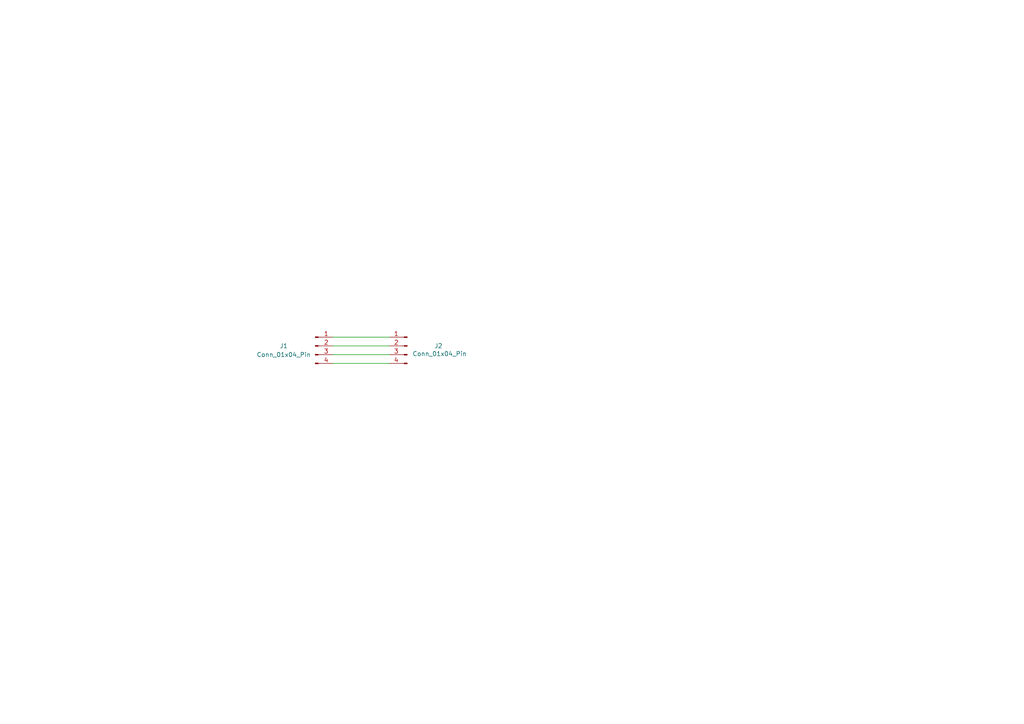
<source format=kicad_sch>
(kicad_sch (version 20231120) (generator "eeschema") (generator_version "8.0")
  (paper "A4")
  (lib_symbols
    (symbol "Connector:Conn_01x04_Pin" (pin_names (offset 1.016) hide)
      (property "Reference" "J" (at 0 5.08 0))
      (property "Value" "Conn_01x04_Pin" (at 0 -7.62 0))
      (symbol "Conn_01x04_Pin_1_1"
        (polyline (pts (xy 1.27 -5.08) (xy 0.8636 -5.08)) (stroke (width 0.1524)))
        (polyline (pts (xy 1.27 -2.54) (xy 0.8636 -2.54)) (stroke (width 0.1524)))
        (polyline (pts (xy 1.27 0) (xy 0.8636 0)) (stroke (width 0.1524)))
        (polyline (pts (xy 1.27 2.54) (xy 0.8636 2.54)) (stroke (width 0.1524)))
        (rectangle (start 0.8636 -4.953) (end 0 -5.207) (stroke (width 0.1524)) (fill (type outline)))
        (rectangle (start 0.8636 -2.413) (end 0 -2.667) (stroke (width 0.1524)) (fill (type outline)))
        (rectangle (start 0.8636 0.127) (end 0 -0.127) (stroke (width 0.1524)) (fill (type outline)))
        (rectangle (start 0.8636 2.667) (end 0 2.413) (stroke (width 0.1524)) (fill (type outline)))
        (pin passive line (at 5.08 2.54 180) (length 3.81) (name "Pin_1") (number "1"))
        (pin passive line (at 5.08 0 180) (length 3.81) (name "Pin_2") (number "2"))
        (pin passive line (at 5.08 -2.54 180) (length 3.81) (name "Pin_3") (number "3"))
        (pin passive line (at 5.08 -5.08 180) (length 3.81) (name "Pin_4") (number "4"))
      )
    )
  )
  (wire (pts (xy 96.52 102.87) (xy 113.03 102.87)))
  (wire (pts (xy 96.52 97.79) (xy 113.03 97.79)))
  (wire (pts (xy 96.52 105.41) (xy 113.03 105.41)))
  (wire (pts (xy 96.52 100.33) (xy 113.03 100.33)))
  (symbol (lib_id "Connector:Conn_01x04_Pin") (at 118.11 100.33 0) (mirror y) (unit 1)
    (property "Reference" "J2" (at 125.984 100.33 0) (effects (justify right)))
    (property "Value" "Conn_01x04_Pin" (at 119.634 102.616 0) (effects (justify right)))
    (property "Footprint" "custom:ibm-tape-connector-flipped" (effects (hide yes)))
    (property "Description" "Generic connector, single row, 01x04, script generated" (effects (hide yes)))
  )
  (symbol (lib_id "Connector:Conn_01x04_Pin") (at 91.44 100.33 0) (unit 1)
    (property "Reference" "J1" (at 82.296 100.33 0))
    (property "Value" "Conn_01x04_Pin" (at 82.296 102.87 0))
    (property "Footprint" "custom:ibm-tape-connector" (effects (hide yes)))
    (property "Description" "Generic connector, single row, 01x04, script generated" (effects (hide yes)))
  )
)
</source>
